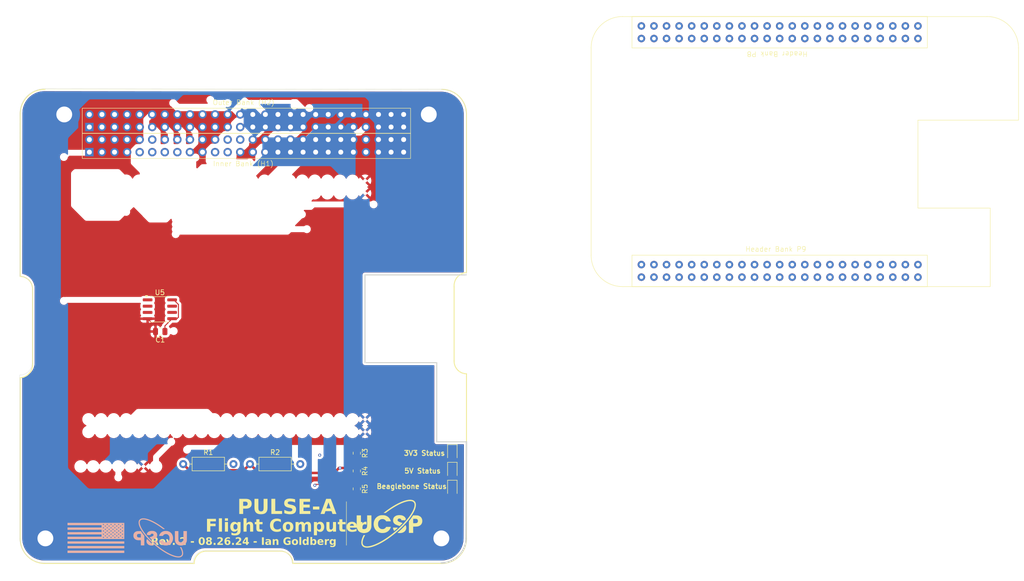
<source format=kicad_pcb>
(kicad_pcb (version 20240108) (generator "pcbnew") (generator_version "8.0")
  (title_block (title "Fight Computer Motherboard - Ian Goldberg"))
  (layers (0 "F.Cu" signal) (31 "B.Cu" signal) (34 "B.Paste" user) (35 "F.Paste" user) (36 "B.SilkS" user "B.Silkscreen") (37 "F.SilkS" user "F.Silkscreen") (38 "B.Mask" user) (39 "F.Mask" user) (44 "Edge.Cuts" user))
  (net 0 "")
  (net 1 "/5V")
  (net 2 "/I2C_SCL")
  (net 3 "/I2C_SDA")
  (net 5 "/GPIO2_1")
  (net 7 "/GPIO2_24")
  (net 8 "/SYS_RESETn")
  (net 9 "/UART_TX")
  (net 11 "/GPIO2_12")
  (net 12 "GND")
  (net 13 "/CAN_SLNT")
  (net 15 "/GPIO2_23")
  (net 16 "/GPIO2_8")
  (net 18 "/GPIO2_10")
  (net 19 "/CAN1_RX")
  (net 21 "/UART_RX")
  (net 22 "/GPIO2_6")
  (net 23 "/GPIO2_7")
  (net 24 "/GPIO1_13")
  (net 25 "/GPIO1_27")
  (net 26 "/GPIO2_9")
  (net 30 "/GPIO2_25")
  (net 31 "/GPIO1_15")
  (net 33 "/GPIO0_7")
  (net 34 "/GPI02_22")
  (net 37 "/GPIO2_13")
  (net 38 "/GPIO1_12")
  (net 39 "/GPIO1_17")
  (net 44 "/CAN1_TX")
  (net 51 "/GPIO1_26")
  (net 53 "/GPIO1_14")
  (net 64 "/CAN_L")
  (net 65 "/3V3")
  (net 66 "/GPIO1_28")
  (net 68 "/CAN_H")
  (net 92 "/GPIO3_20")
  (net 93 "/FC_TEMP")
  (net 94 "Net-(D1-A)")
  (net 95 "Net-(D2-A)")
  (net 96 "Net-(D3-A)")
  (net 103 "/GPIO1_29")
  (net 107 "/GPIO1_16")
  (net 108 "/GPIO3_19")
  (net 109 "/CAN_SNLT")
  (net 110 "/GPIO2_11")
  (footprint "Resistor_SMD:R_0805_2012Metric" (layer "F.Cu") (at 148.1 147.8 -90)
    (property "Reference" "R3" (at 0 -1.65 90) (layer "F.SilkS"))
    (property "Value" "15")
    (pad "1" smd roundrect (at -0.9125 0 270) (size 1.025 1.4) (layers "F.Cu" "F.Paste" "F.Mask") (roundrect_rratio 0.243902) (net 65 "/3V3"))
    (pad "2" smd roundrect (at 0.9125 0 270) (size 1.025 1.4) (layers "F.Cu" "F.Paste" "F.Mask") (roundrect_rratio 0.243902) (net 94 "Net-(D1-A)"))
  )
  (footprint "LED_SMD:LED_0805_2012Metric" (layer "F.Cu") (at 167.4 154.9575 -90)
    (property "Reference" "D3" (hide yes))
    (property "Value" "Beaglebone Ready")
    (pad "1" smd roundrect (at -0.9375 0 270) (size 0.975 1.4) (layers "F.Cu" "F.Paste" "F.Mask") (net 12 "GND"))
    (pad "2" smd roundrect (at 0.9375 0 270) (size 0.975 1.4) (layers "F.Cu" "F.Paste" "F.Mask") (net 96 "Net-(D3-A)"))
  )
  (footprint "LED_SMD:LED_0805_2012Metric" (layer "F.Cu") (at 167.4 147.7375 -90)
    (property "Reference" "D1" (hide yes))
    (property "Value" "5V Status")
    (pad "1" smd roundrect (at -0.9375 0 270) (size 0.975 1.4) (layers "F.Cu" "F.Paste" "F.Mask") (net 12 "GND"))
    (pad "2" smd roundrect (at 0.9375 0 270) (size 0.975 1.4) (layers "F.Cu" "F.Paste" "F.Mask") (net 94 "Net-(D1-A)"))
  )
  (footprint "LED_SMD:LED_0805_2012Metric" (layer "F.Cu") (at 167.4 151.3325 -90)
    (property "Reference" "D2" (hide yes))
    (property "Value" "3V3 Status")
    (pad "1" smd roundrect (at -0.9375 0 270) (size 0.975 1.4) (layers "F.Cu" "F.Paste" "F.Mask") (net 12 "GND"))
    (pad "2" smd roundrect (at 0.9375 0 270) (size 0.975 1.4) (layers "F.Cu" "F.Paste" "F.Mask") (net 95 "Net-(D2-A)"))
  )
  (footprint "Package_SO:SOIC-8_3.9x4.9mm_P1.27mm" (layer "F.Cu") (at 108.3 118.7)
    (property "Reference" "U5" (at 0 -3.4 0) (layer "F.SilkS"))
    (property "Value" "TMP36xS")
    (pad "1" smd roundrect (at -2.475 -1.905) (size 1.95 0.6) (layers "F.Cu" "F.Paste" "F.Mask") (net 93 "/FC_TEMP"))
    (pad "2" smd roundrect (at -2.475 -0.635) (size 1.95 0.6) (layers "F.Cu" "F.Paste" "F.Mask"))
    (pad "3" smd roundrect (at -2.475 0.635) (size 1.95 0.6) (layers "F.Cu" "F.Paste" "F.Mask"))
    (pad "4" smd roundrect (at -2.475 1.905) (size 1.95 0.6) (layers "F.Cu" "F.Paste" "F.Mask") (net 12 "GND"))
    (pad "5" smd roundrect (at 2.475 1.905) (size 1.95 0.6) (layers "F.Cu" "F.Paste" "F.Mask") (net 65 "/3V3"))
    (pad "6" smd roundrect (at 2.475 0.635) (size 1.95 0.6) (layers "F.Cu" "F.Paste" "F.Mask"))
    (pad "7" smd roundrect (at 2.475 -0.635) (size 1.95 0.6) (layers "F.Cu" "F.Paste" "F.Mask"))
    (pad "8" smd roundrect (at 2.475 -1.905) (size 1.95 0.6) (layers "F.Cu" "F.Paste" "F.Mask") (net 65 "/3V3"))
  )
  (footprint "Module:BeagleBoneBlackFootprint" (layer "F.Cu") (at 281.8 59.5 180)
    (property "Reference" "U1" (hide yes))
    (property "Value" "~" (hide yes))
    (fp_text user "Header Bank P8" (at 42.545 -6.985 180) (layer "F.SilkS") (effects (font (thickness 0.1)) (justify left bottom)))
    (fp_text user "Header Bank P9" (at 55.245 -47.625 0) (layer "F.SilkS") (effects (font (thickness 0.1)) (justify left bottom)))
    (pad "1" thru_hole circle (at 20.32 -50.165 180) (size 1.524 1.524) (drill 0.762) (layers "*.Cu" "*.Mask") (net 12 "GND"))
    (pad "1" thru_hole circle (at 20.32 -1.905 180) (size 1.524 1.524) (drill 0.762) (layers "*.Cu" "*.Mask") (net 12 "GND"))
    (pad "2" thru_hole circle (at 20.32 -52.705 180) (size 1.524 1.524) (drill 0.762) (layers "*.Cu" "*.Mask") (net 12 "GND"))
    (pad "2" thru_hole circle (at 20.32 -4.445 180) (size 1.524 1.524) (drill 0.762) (layers "*.Cu" "*.Mask") (net 12 "GND"))
    (pad "3" thru_hole circle (at 22.86 -50.165 180) (size 1.524 1.524) (drill 0.762) (layers "*.Cu" "*.Mask"))
    (pad "3" thru_hole circle (at 22.86 -1.905 180) (size 1.524 1.524) (drill 0.762) (layers "*.Cu" "*.Mask"))
    (pad "4" thru_hole circle (at 22.86 -52.705 180) (size 1.524 1.524) (drill 0.762) (layers "*.Cu" "*.Mask"))
    (pad "4" thru_hole circle (at 22.86 -4.445 180) (size 1.524 1.524) (drill 0.762) (layers "*.Cu" "*.Mask"))
    (pad "5" thru_hole circle (at 25.4 -50.165 180) (size 1.524 1.524) (drill 0.762) (layers "*.Cu" "*.Mask") (net 1 "/5V"))
    (pad "5" thru_hole circle (at 25.4 -1.905 180) (size 1.524 1.524) (drill 0.762) (layers "*.Cu" "*.Mask") (net 1 "/5V"))
    (pad "6" thru_hole circle (at 25.4 -52.705 180) (size 1.524 1.524) (drill 0.762) (layers "*.Cu" "*.Mask") (net 1 "/5V"))
    (pad "6" thru_hole circle (at 25.4 -4.445 180) (size 1.524 1.524) (drill 0.762) (layers "*.Cu" "*.Mask") (net 1 "/5V"))
    (pad "7" thru_hole circle (at 27.94 -50.165 180) (size 1.524 1.524) (drill 0.762) (layers "*.Cu" "*.Mask"))
    (pad "7" thru_hole circle (at 27.94 -1.905 180) (size 1.524 1.524) (drill 0.762) (layers "*.Cu" "*.Mask"))
    (pad "8" thru_hole circle (at 27.94 -52.705 180) (size 1.524 1.524) (drill 0.762) (layers "*.Cu" "*.Mask"))
    (pad "8" thru_hole circle (at 27.94 -4.445 180) (size 1.524 1.524) (drill 0.762) (layers "*.Cu" "*.Mask"))
    (pad "9" thru_hole circle (at 30.48 -50.165 180) (size 1.524 1.524) (drill 0.762) (layers "*.Cu" "*.Mask"))
    (pad "9" thru_hole circle (at 30.48 -1.905 180) (size 1.524 1.524) (drill 0.762) (layers "*.Cu" "*.Mask"))
    (pad "10" thru_hole circle (at 30.48 -52.705 180) (size 1.524 1.524) (drill 0.762) (layers "*.Cu" "*.Mask") (net 8 "/SYS_RESETn"))
    (pad "10" thru_hole circle (at 30.48 -4.445 180) (size 1.524 1.524) (drill 0.762) (layers "*.Cu" "*.Mask") (net 8 "/SYS_RESETn"))
    (pad "11" thru_hole circle (at 33.02 -50.165 180) (size 1.524 1.524) (drill 0.762) (layers "*.Cu" "*.Mask") (net 24 "/GPIO1_13"))
    (pad "11" thru_hole circle (at 33.02 -1.905 180) (size 1.524 1.524) (drill 0.762) (layers "*.Cu" "*.Mask") (net 24 "/GPIO1_13"))
    (pad "12" thru_hole circle (at 33.02 -52.705 180) (size 1.524 1.524) (drill 0.762) (layers "*.Cu" "*.Mask") (net 38 "/GPIO1_12"))
    (pad "12" thru_hole circle (at 33.02 -4.445 180) (size 1.524 1.524) (drill 0.762) (layers "*.Cu" "*.Mask") (net 38 "/GPIO1_12"))
    (pad "13" thru_hole circle (at 35.56 -50.165 180) (size 1.524 1.524) (drill 0.762) (layers "*.Cu" "*.Mask"))
    (pad "13" thru_hole circle (at 35.56 -1.905 180) (size 1.524 1.524) (drill 0.762) (layers "*.Cu" "*.Mask"))
    (pad "14" thru_hole circle (at 35.56 -52.705 180) (size 1.524 1.524) (drill 0.762) (layers "*.Cu" "*.Mask") (net 51 "/GPIO1_26"))
    (pad "14" thru_hole circle (at 35.56 -4.445 180) (size 1.524 1.524) (drill 0.762) (layers "*.Cu" "*.Mask") (net 51 "/GPIO1_26"))
    (pad "15" thru_hole circle (at 38.1 -50.165 180) (size 1.524 1.524) (drill 0.762) (layers "*.Cu" "*.Mask") (net 31 "/GPIO1_15"))
    (pad "15" thru_hole circle (at 38.1 -1.905 180) (size 1.524 1.524) (drill 0.762) (layers "*.Cu" "*.Mask") (net 31 "/GPIO1_15"))
    (pad "16" thru_hole circle (at 38.1 -52.705 180) (size 1.524 1.524) (drill 0.762) (layers "*.Cu" "*.Mask") (net 53 "/GPIO1_14"))
    (pad "16" thru_hole circle (at 38.1 -4.445 180) (size 1.524 1.524) (drill 0.762) (layers "*.Cu" "*.Mask") (net 53 "/GPIO1_14"))
    (pad "17" thru_hole circle (at 40.64 -50.165 180) (size 1.524 1.524) (drill 0.762) (layers "*.Cu" "*.Mask") (net 25 "/GPIO1_27"))
    (pad "17" thru_hole circle (at 40.64 -1.905 180) (size 1.524 1.524) (drill 0.762) (layers "*.Cu" "*.Mask") (net 25 "/GPIO1_27"))
    (pad "18" thru_hole circle (at 40.64 -52.705 180) (size 1.524 1.524) (drill 0.762) (layers "*.Cu" "*.Mask") (net 5 "/GPIO2_1"))
    (pad "18" thru_hole circle (at 40.64 -4.445 180) (size 1.524 1.524) (drill 0.762) (layers "*.Cu" "*.Mask") (net 5 "/GPIO2_1"))
    (pad "19" thru_hole circle (at 43.18 -50.165 180) (size 1.524 1.524) (drill 0.762) (layers "*.Cu" "*.Mask"))
    (pad "19" thru_hole circle (at 43.18 -1.905 180) (size 1.524 1.524) (drill 0.762) (layers "*.Cu" "*.Mask"))
    (pad "20" thru_hole circle (at 43.18 -52.705 180) (size 1.524 1.524) (drill 0.762) (layers "*.Cu" "*.Mask"))
    (pad "20" thru_hole circle (at 43.18 -4.445 180) (size 1.524 1.524) (drill 0.762) (layers "*.Cu" "*.Mask"))
    (pad "21" thru_hole circle (at 45.72 -50.165 180) (size 1.524 1.524) (drill 0.762) (layers "*.Cu" "*.Mask") (net 9 "/UART_TX"))
    (pad "21" thru_hole circle (at 45.72 -1.905 180) (size 1.524 1.524) (drill 0.762) (layers "*.Cu" "*.Mask") (net 9 "/UART_TX"))
    (pad "22" thru_hole circle (at 45.72 -52.705 180) (size 1.524 1.524) (drill 0.762) (layers "*.Cu" "*.Mask") (net 21 "/UART_RX"))
    (pad "22" thru_hole circle (at 45.72 -4.445 180) (size 1.524 1.524) (drill 0.762) (layers "*.Cu" "*.Mask") (net 21 "/UART_RX"))
    (pad "23" thru_hole circle (at 48.26 -50.165 180) (size 1.524 1.524) (drill 0.762) (layers "*.Cu" "*.Mask") (net 39 "/GPIO1_17"))
    (pad "23" thru_hole circle (at 48.26 -1.905 180) (size 1.524 1.524) (drill 0.762) (layers "*.Cu" "*.Mask") (net 39 "/GPIO1_17"))
    (pad "24" thru_hole circle (at 48.26 -52.705 180) (size 1.524 1.524) (drill 0.762) (layers "*.Cu" "*.Mask") (net 19 "/CAN1_RX"))
    (pad "24" thru_hole circle (at 48.26 -4.445 180) (size 1.524 1.524) (drill 0.762) (layers "*.Cu" "*.Mask") (net 19 "/CAN1_RX"))
    (pad "25" thru_hole circle (at 50.8 -50.165 180) (size 1.524 1.524) (drill 0.762) (layers "*.Cu" "*.Mask") (net 13 "/CAN_SLNT"))
    (pad "25" thru_hole circle (at 50.8 -1.905 180) (size 1.524 1.524) (drill 0.762) (layers "*.Cu" "*.Mask") (net 13 "/CAN_SLNT"))
    (pad "26" thru_hole circle (at 50.8 -52.705 180) (size 1.524 1.524) (drill 0.762) (layers "*.Cu" "*.Mask") (net 44 "/CAN1_TX"))
    (pad "26" thru_hole circle (at 50.8 -4.445 180) (size 1.524 1.524) (drill 0.762) (layers "*.Cu" "*.Mask") (net 44 "/CAN1_TX"))
    (pad "27" thru_hole circle (at 53.34 -50.165 180) (size 1.524 1.524) (drill 0.762) (layers "*.Cu" "*.Mask") (net 34 "/GPI02_22"))
    (pad "27" thru_hole circle (at 53.34 -1.905 180) (size 1.524 1.524) (drill 0.762) (layers "*.Cu" "*.Mask") (net 34 "/GPI02_22"))
    (pad "28" thru_hole circle (at 53.34 -52.705 180) (size 1.524 1.524) (drill 0.762) (layers "*.Cu" "*.Mask") (net 7 "/GPIO2_24"))
    (pad "28" thru_hole circle (at 53.34 -4.445 180) (size 1.524 1.524) (drill 0.762) (layers "*.Cu" "*.Mask") (net 7 "/GPIO2_24"))
    (pad "29" thru_hole circle (at 55.88 -50.165 180) (size 1.524 1.524) (drill 0.762) (layers "*.Cu" "*.Mask") (net 15 "/GPIO2_23"))
    (pad "29" thru_hole circle (at 55.88 -1.905 180) (size 1.524 1.524) (drill 0.762) (layers "*.Cu" "*.Mask") (net 15 "/GPIO2_23"))
    (pad "30" thru_hole circle (at 55.88 -52.705 180) (size 1.524 1.524) (drill 0.762) (layers "*.Cu" "*.Mask") (net 30 "/GPIO2_25"))
    (pad "30" thru_hole circle (at 55.88 -4.445 180) (size 1.524 1.524) (drill 0.762) (layers "*.Cu" "*.Mask") (net 30 "/GPIO2_25"))
    (pad "31" thru_hole circle (at 58.42 -50.165 180) (size 1.524 1.524) (drill 0.762) (layers "*.Cu" "*.Mask"))
    (pad "31" thru_hole circle (at 58.42 -1.905 180) (size 1.524 1.524) (drill 0.762) (layers "*.Cu" "*.Mask"))
    (pad "32" thru_hole circle (at 58.42 -52.705 180) (size 1.524 1.524) (drill 0.762) (layers "*.Cu" "*.Mask"))
    (pad "32" thru_hole circle (at 58.42 -4.445 180) (size 1.524 1.524) (drill 0.762) (layers "*.Cu" "*.Mask"))
    (pad "33" thru_hole circle (at 60.96 -50.165 180) (size 1.524 1.524) (drill 0.762) (layers "*.Cu" "*.Mask"))
    (pad "33" thru_hole circle (at 60.96 -1.905 180) (size 1.524 1.524) (drill 0.762) (layers "*.Cu" "*.Mask"))
    (pad "34" thru_hole circle (at 60.96 -52.705 180) (size 1.524 1.524) (drill 0.762) (layers "*.Cu" "*.Mask"))
    (pad "34" thru_hole circle (at 60.96 -4.445 180) (size 1.524 1.524) (drill 0.762) (layers "*.Cu" "*.Mask"))
    (pad "35" thru_hole circle (at 63.5 -50.165 180) (size 1.524 1.524) (drill 0.762) (layers "*.Cu" "*.Mask"))
    (pad "35" thru_hole circle (at 63.5 -1.905 180) (size 1.524 1.524) (drill 0.762) (layers "*.Cu" "*.Mask"))
    (pad "36" thru_hole circle (at 63.5 -52.705 180) (size 1.524 1.524) (drill 0.762) (layers "*.Cu" "*.Mask"))
    (pad "36" thru_hole circle (at 63.5 -4.445 180) (size 1.524 1.524) (drill 0.762) (layers "*.Cu" "*.Mask"))
    (pad "37" thru_hole circle (at 66.04 -50.165 180) (size 1.524 1.524) (drill 0.762) (layers "*.Cu" "*.Mask"))
    (pad "37" thru_hole circle (at 66.04 -1.905 180) (size 1.524 1.524) (drill 0.762) (layers "*.Cu" "*.Mask"))
    (pad "38" thru_hole circle (at 66.04 -52.705 180) (size 1.524 1.524) (drill 0.762) (layers "*.Cu" "*.Mask"))
    (pad "38" thru_hole circle (at 66.04 -4.445 180) (size 1.524 1.524) (drill 0.762) (layers "*.Cu" "*.Mask"))
    (pad "39" thru_hole circle (at 68.58 -50.165 180) (size 1.524 1.524) (drill 0.762) (layers "*.Cu" "*.Mask") (net 11 "/GPIO2_12"))
    (pad "39" thru_hole circle (at 68.58 -1.905 180) (size 1.524 1.524) (drill 0.762) (layers "*.Cu" "*.Mask") (net 11 "/GPIO2_12"))
    (pad "40" thru_hole circle (at 68.58 -52.705 180) (size 1.524 1.524) (drill 0.762) (layers "*.Cu" "*.Mask") (net 37 "/GPIO2_13"))
    (pad "40" thru_hole circle (at 68.58 -4.445 180) (size 1.524 1.524) (drill 0.762) (layers "*.Cu" "*.Mask") (net 37 "/GPIO2_13"))
    (pad "41" thru_hole circle (at 71.12 -50.165 180) (size 1.524 1.524) (drill 0.762) (layers "*.Cu" "*.Mask") (net 18 "/GPIO2_10"))
    (pad "41" thru_hole circle (at 71.12 -1.905 180) (size 1.524 1.524) (drill 0.762) (layers "*.Cu" "*.Mask") (net 18 "/GPIO2_10"))
    (pad "42" thru_hole circle (at 71.12 -52.705 180) (size 1.524 1.524) (drill 0.762) (layers "*.Cu" "*.Mask") (net 33 "/GPIO0_7"))
    (pad "42" thru_hole circle (at 71.12 -4.445 180) (size 1.524 1.524) (drill 0.762) (layers "*.Cu" "*.Mask") (net 33 "/GPIO0_7"))
    (pad "43" thru_hole circle (at 73.66 -50.165 180) (size 1.524 1.524) (drill 0.762) (layers "*.Cu" "*.Mask") (net 16 "/GPIO2_8"))
    (pad "43" thru_hole circle (at 73.66 -1.905 180) (size 1.524 1.524) (drill 0.762) (layers "*.Cu" "*.Mask") (net 16 "/GPIO2_8"))
    (pad "44" thru_hole circle (at 73.66 -52.705 180) (size 1.524 1.524) (drill 0.762) (layers "*.Cu" "*.Mask") (net 26 "/GPIO2_9"))
    (pad "44" thru_hole circle (at 73.66 -4.445 180) (size 1.524 1.524) (drill 0.762) (layers "*.Cu" "*.Mask") (net 26 "/GPIO2_9"))
    (pad "45" thru_hole circle (at 76.2 -50.165 180) (size 1.524 1.524) (drill 0.762) (layers "*.Cu" "*.Mask") (net 22 "/GPIO2_6"))
    (pad "45" thru_hole circle (at 76.2 -1.905 180) (size 1.524 1.524) (drill 0.762) (layers "*.Cu" "*.Mask") (net 22 "/GPIO2_6"))
    (pad "46" thru_hole circle (at 76.2 -52.705 180) (size 1.524 1.524) (drill 0.762) (layers "*.Cu" "*.Mask") (net 23 "/GPIO2_7"))
    (pad "46" thru_hole circle (at 76.2 -4.445 180) (size 1.524 1.524) (drill 0.762) (layers "*.Cu" "*.Mask") (net 23 "/GPIO2_7"))
  )
  (footprint "Resistor_THT:R_Axial_DIN0207_L6.3mm_D2.5mm_P10.16mm_Horizontal" (layer "F.Cu") (at 113.01 150)
    (property "Reference" "R1" (at 5.08 -2.37 0) (layer "F.SilkS"))
    (property "Value" "5.6k")
    (pad "1" thru_hole circle (at 0 0) (size 1.6 1.6) (drill 0.8) (layers "*.Cu" "*.Mask") (net 1 "/5V"))
    (pad "2" thru_hole oval (at 10.16 0) (size 1.6 1.6) (drill 0.8) (layers "*.Cu" "*.Mask") (net 2 "/I2C_SCL"))
  )
  (footprint "Resistor_SMD:R_0805_2012Metric" (layer "F.Cu") (at 148.1 151.395 -90)
    (property "Reference" "R4" (at 0 -1.65 90) (layer "F.SilkS"))
    (property "Value" "15")
    (pad "1" smd roundrect (at -0.9125 0 270) (size 1.025 1.4) (layers "F.Cu" "F.Paste" "F.Mask") (roundrect_rratio 0.243902) (net 1 "/5V"))
    (pad "2" smd roundrect (at 0.9125 0 270) (size 1.025 1.4) (layers "F.Cu" "F.Paste" "F.Mask") (roundrect_rratio 0.243902) (net 95 "Net-(D2-A)"))
  )
  (footprint "LOGO" (layer "F.Cu") (at 154.5 162.1)
    (property "Reference" "G***" (hide yes))
    (property "Value" "LOGO" (hide yes))
  )
  (footprint "Resistor_THT:R_Axial_DIN0207_L6.3mm_D2.5mm_P10.16mm_Horizontal" (layer "F.Cu") (at 126.51 150)
    (property "Reference" "R2" (at 5.08 -2.37 0) (layer "F.SilkS"))
    (property "Value" "5.6k")
    (pad "1" thru_hole circle (at 0 0) (size 1.6 1.6) (drill 0.8) (layers "*.Cu" "*.Mask") (net 1 "/5V"))
    (pad "2" thru_hole oval (at 10.16 0) (size 1.6 1.6) (drill 0.8) (layers "*.Cu" "*.Mask") (net 3 "/I2C_SDA"))
  )
  (footprint "PCI104Connector:PCI104ConnectorComplete" (layer "F.Cu") (at 80.09 170.11)
    (property "Reference" "U2" (hide yes))
    (property "Value" "~" (hide yes))
    (fp_text user "Inner Bank (H1)" (at 38.88 -80.27 0) (layer "F.SilkS") (effects (font (thickness 0.1)) (justify left bottom)))
    (fp_text user "Outer Bank (H2)" (at 38.83 -92.65 0) (layer "F.SilkS") (effects (font (thickness 0.1)) (justify left bottom)))
    (pad "" thru_hole circle (at 5.08 -5.08 90) (size 6.4 6.4) (drill 3.2) (layers "*.Cu" "*.Mask"))
    (pad "" thru_hole circle (at 8.89 -90.81) (size 6.4 6.4) (drill 3.2) (layers "*.Cu" "*.Mask"))
    (pad "" thru_hole circle (at 82.55 -90.81) (size 6.4 6.4) (drill 3.2) (layers "*.Cu" "*.Mask"))
    (pad "" thru_hole circle (at 85.09 -5.08) (size 6.4 6.4) (drill 3.2) (layers "*.Cu" "*.Mask"))
    (pad "1" thru_hole rect (at 13.97 -83.19 90) (size 1.7 1.7) (drill 1) (layers "*.Cu" "*.Mask") (net 64 "/CAN_L"))
    (pad "2" thru_hole oval (at 13.97 -85.73 90) (size 1.7 1.7) (drill 1) (layers "*.Cu" "*.Mask"))
    (pad "3" thru_hole oval (at 16.51 -83.19 90) (size 1.7 1.7) (drill 1) (layers "*.Cu" "*.Mask") (net 68 "/CAN_H"))
    (pad "4" thru_hole oval (at 16.51 -85.73 90) (size 1.7 1.7) (drill 1) (layers "*.Cu" "*.Mask"))
    (pad "5" thru_hole oval (at 19.05 -83.19 90) (size 1.7 1.7) (drill 1) (layers "*.Cu" "*.Mask"))
    (pad "6" thru_hole oval (at 19.05 -85.73 90) (size 1.7 1.7) (drill 1) (layers "*.Cu" "*.Mask"))
    (pad "7" thru_hole oval (at 21.59 -83.19 90) (size 1.7 1.7) (drill 1) (layers "*.Cu" "*.Mask"))
    (pad "8" thru_hole oval (at 21.59 -85.73 90) (size 1.7 1.7) (drill 1) (layers "*.Cu" "*.Mask"))
    (pad "9" thru_hole oval (at 24.13 -83.19 90) (size 1.7 1.7) (drill 1) (layers "*.Cu" "*.Mask"))
    (pad "10" thru_hole oval (at 24.13 -85.73 90) (size 1.7 1.7) (drill 1) (layers "*.Cu" "*.Mask"))
    (pad "11" thru_hole oval (at 26.67 -83.19 90) (size 1.7 1.7) (drill 1) (layers "*.Cu" "*.Mask") (net 24 "/GPIO1_13"))
    (pad "12" thru_hole oval (at 26.67 -85.73 90) (size 1.7 1.7) (drill 1) (layers "*.Cu" "*.Mask") (net 8 "/SYS_RESETn"))
    (pad "13" thru_hole oval (at 29.21 -83.19 90) (size 1.7 1.7) (drill 1) (layers "*.Cu" "*.Mask") (net 38 "/GPIO1_12"))
    (pad "14" thru_hole oval (at 29.21 -85.73 90) (size 1.7 1.7) (drill 1) (layers "*.Cu" "*.Mask"))
    (pad "15" thru_hole oval (at 31.75 -83.19 90) (size 1.7 1.7) (drill 1) (layers "*.Cu" "*.Mask") (net 51 "/GPIO1_26"))
    (pad "16" thru_hole oval (at 31.75 -85.73 90) (size 1.7 1.7) (drill 1) (layers "*.Cu" "*.Mask"))
    (pad "17" thru_hole oval (at 34.29 -83.19 90) (size 1.7 1.7) (drill 1) (layers "*.Cu" "*.Mask") (net 31 "/GPIO1_15"))
    (pad "18" thru_hole oval (at 34.29 -85.73 90) (size 1.7 1.7) (drill 1) (layers "*.Cu" "*.Mask"))
    (pad "19" thru_hole oval (at 36.83 -83.19 90) (size 1.7 1.7) (drill 1) (layers "*.Cu" "*.Mask"))
    (pad "20" thru_hole oval (at 36.83 -85.73 90) (size 1.7 1.7) (drill 1) (layers "*.Cu" "*.Mask"))
    (pad "21" thru_hole oval (at 39.37 -83.19 90) (size 1.7 1.7) (drill 1) (layers "*.Cu" "*.Mask") (net 25 "/GPIO1_27"))
    (pad "22" thru_hole oval (at 39.37 -85.73 90) (size 1.7 1.7) (drill 1) (layers "*.Cu" "*.Mask") (net 37 "/GPIO2_13"))
    (pad "23" thru_hole oval (at 41.91 -83.19 90) (size 1.7 1.7) (drill 1) (layers "*.Cu" "*.Mask") (net 5 "/GPIO2_1"))
    (pad "24" thru_hole oval (at 41.91 -85.73 90) (size 1.7 1.7) (drill 1) (layers "*.Cu" "*.Mask") (net 18 "/GPIO2_10"))
    (pad "25" thru_hole oval (at 44.45 -83.19 90) (size 1.7 1.7) (drill 1) (layers "*.Cu" "*.Mask") (net 65 "/3V3"))
    (pad "26" thru_hole oval (at 44.45 -85.73 90) (size 1.7 1.7) (drill 1) (layers "*.Cu" "*.Mask") (net 65 "/3V3"))
    (pad "27" thru_hole oval (at 46.99 -83.19 90) (size 1.7 1.7) (drill 1) (layers "*.Cu" "*.Mask") (net 103 "/GPIO1_29"))
    (pad "28" thru_hole oval (at 46.99 -85.73 90) (size 1.7 1.7) (drill 1) (layers "*.Cu" "*.Mask") (net 110 "/GPIO2_11"))
    (pad "29" thru_hole oval (at 49.53 -83.19 90) (size 1.7 1.7) (drill 1) (layers "*.Cu" "*.Mask") (net 34 "/GPI02_22"))
    (pad "30" thru_hole oval (at 49.53 -85.73 90) (size 1.7 1.7) (drill 1) (layers "*.Cu" "*.Mask") (net 16 "/GPIO2_8"))
    (pad "31" thru_hole oval (at 52.07 -83.19 90) (size 1.7 1.7) (drill 1) (layers "*.Cu" "*.Mask"))
    (pad "32" thru_hole oval (at 52.07 -85.73 90) (size 1.7 1.7) (drill 1) (layers "*.Cu" "*.Mask"))
    (pad "33" thru_hole oval (at 54.61 -83.19 90) (size 1.7 1.7) (drill 1) (layers "*.Cu" "*.Mask") (net 9 "/UART_TX"))
    (pad "34" thru_hole oval (at 54.61 -85.73 90) (size 1.7 1.7) (drill 1) (layers "*.Cu" "*.Mask") (net 26 "/GPIO2_9"))
    (pad "35" thru_hole oval (at 57.15 -83.19 90) (size 1.7 1.7) (drill 1) (layers "*.Cu" "*.Mask") (net 21 "/UART_RX"))
    (pad "36" thru_hole oval (at 57.15 -85.73 90) (size 1.7 1.7) (drill 1) (layers "*.Cu" "*.Mask") (net 22 "/GPIO2_6"))
    (pad "37" thru_hole oval (at 59.69 -83.19 90) (size 1.7 1.7) (drill 1) (layers "*.Cu" "*.Mask"))
    (pad "38" thru_hole oval (at 59.69 -85.73 90) (size 1.7 1.7) (drill 1) (layers "*.Cu" "*.Mask"))
    (pad "39" thru_hole oval (at 62.23 -83.19 90) (size 1.7 1.7) (drill 1) (layers "*.Cu" "*.Mask"))
    (pad "40" thru_hole oval (at 62.23 -85.73 90) (size 1.7 1.7) (drill 1) (layers "*.Cu" "*.Mask"))
    (pad "41" thru_hole oval (at 64.77 -83.19 90) (size 1.7 1.7) (drill 1) (layers "*.Cu" "*.Mask") (net 3 "/I2C_SDA"))
    (pad "42" thru_hole oval (at 64.77 -85.73 90) (size 1.7 1.7) (drill 1) (layers "*.Cu" "*.Mask") (net 30 "/GPIO2_25"))
    (pad "43" thru_hole oval (at 67.31 -83.19 90) (size 1.7 1.7) (drill 1) (layers "*.Cu" "*.Mask") (net 2 "/I2C_SCL"))
    (pad "44" thru_hole oval (at 67.31 -85.73 90) (size 1.7 1.7) (drill 1) (layers "*.Cu" "*.Mask") (net 11 "/GPIO2_12"))
    (pad "45" thru_hole oval (at 69.85 -83.19 90) (size 1.7 1.7) (drill 1) (layers "*.Cu" "*.Mask") (net 7 "/GPIO2_24"))
    (pad "46" thru_hole oval (at 69.85 -85.73 90) (size 1.7 1.7) (drill 1) (layers "*.Cu" "*.Mask") (net 15 "/GPIO2_23"))
    (pad "47" thru_hole oval (at 72.39 -83.19 90) (size 1.7 1.7) (drill 1) (layers "*.Cu" "*.Mask"))
    (pad "48" thru_hole oval (at 72.39 -85.73 90) (size 1.7 1.7) (drill 1) (layers "*.Cu" "*.Mask"))
    (pad "49" thru_hole oval (at 74.93 -83.19 90) (size 1.7 1.7) (drill 1) (layers "*.Cu" "*.Mask"))
    (pad "50" thru_hole oval (at 74.93 -85.73 90) (size 1.7 1.7) (drill 1) (layers "*.Cu" "*.Mask"))
    (pad "51" thru_hole oval (at 77.47 -83.19 90) (size 1.7 1.7) (drill 1) (layers "*.Cu" "*.Mask"))
    (pad "52" thru_hole oval (at 77.47 -85.73 90) (size 1.7 1.7) (drill 1) (layers "*.Cu" "*.Mask"))
    (pad "53" thru_hole rect (at 13.97 -88.27 90) (size 1.7 1.7) (drill 1) (layers "*.Cu" "*.Mask") (net 93 "/FC_TEMP"))
    (pad "54" thru_hole oval (at 13.97 -90.81 90) (size 1.7 1.7) (drill 1) (layers "*.Cu" "*.Mask"))
    (pad "55" thru_hole oval (at 16.51 -88.27 90) (size 1.7 1.7) (drill 1) (layers "*.Cu" "*.Mask"))
    (pad "56" thru_hole oval (at 16.51 -90.81 90) (size 1.7 1.7) (drill 1) (layers "*.Cu" "*.Mask"))
    (pad "57" thru_hole oval (at 19.05 -88.27 90) (size 1.7 1.7) (drill 1) (layers "*.Cu" "*.Mask"))
    (pad "58" thru_hole oval (at 19.05 -90.81 90) (size 1.7 1.7) (drill 1) (layers "*.Cu" "*.Mask"))
    (pad "59" thru_hole oval (at 21.59 -88.27 90) (size 1.7 1.7) (drill 1) (layers "*.Cu" "*.Mask"))
    (pad "60" thru_hole oval (at 21.59 -90.81 90) (size 1.7 1.7) (drill 1) (layers "*.Cu" "*.Mask"))
    (pad "61" thru_hole oval (at 24.13 -88.27 90) (size 1.7 1.7) (drill 1) (layers "*.Cu" "*.Mask"))
    (pad "62" thru_hole oval (at 24.13 -90.81 90) (size 1.7 1.7) (drill 1) (layers "*.Cu" "*.Mask"))
    (pad "63" thru_hole oval (at 26.67 -88.27 90) (size 1.7 1.7) (drill 1) (layers "*.Cu" "*.Mask"))
    (pad "64" thru_hole oval (at 26.67 -90.81 90) (size 1.7 1.7) (drill 1) (layers "*.Cu" "*.Mask"))
    (pad "65" thru_hole oval (at 29.21 -88.27 90) (size 1.7 1.7) (drill 1) (layers "*.Cu" "*.Mask"))
    (pad "66" thru_hole oval (at 29.21 -90.81 90) (size 1.7 1.7) (drill 1) (layers "*.Cu" "*.Mask"))
    (pad "67" thru_hole oval (at 31.75 -88.27 90) (size 1.7 1.7) (drill 1) (layers "*.Cu" "*.Mask"))
    (pad "68" thru_hole oval (at 31.75 -90.81 90) (size 1.7 1.7) (drill 1) (layers "*.Cu" "*.Mask") (net 23 "/GPIO2_7"))
    (pad "69" thru_hole oval (at 34.29 -88.27 90) (size 1.7 1.7) (drill 1) (layers "*.Cu" "*.Mask") (net 53 "/GPIO1_14"))
    (pad "70" thru_hole oval (at 34.29 -90.81 90) (size 1.7 1.7) (drill 1) (layers "*.Cu" "*.Mask"))
    (pad "71" thru_hole oval (at 36.83 -88.27 90) (size 1.7 1.7) (drill 1) (layers "*.Cu" "*.Mask") (net 33 "/GPIO0_7"))
    (pad "72" thru_hole oval (at 36.83 -90.81 90) (size 1.7 1.7) (drill 1) (layers "*.Cu" "*.Mask"))
    (pad "73" thru_hole oval (at 39.37 -88.27 90) (size 1.7 1.7) (drill 1) (layers "*.Cu" "*.Mask") (net 92 "/GPIO3_20"))
    (pad "74" thru_hole oval (at 39.37 -90.81 90) (size 1.7 1.7) (drill 1) (layers "*.Cu" "*.Mask") (net 108 "/GPIO3_19"))
    (pad "75" thru_hole oval (at 41.91 -88.27 90) (size 1.7 1.7) (drill 1) (layers "*.Cu" "*.Mask"))
    (pad "76" thru_hole oval (at 41.91 -90.81 90) (size 1.7 1.7) (drill 1) (layers "*.Cu" "*.Mask"))
    (pad "77" thru_hole oval (at 44.45 -88.27 90) (size 1.7 1.7) (drill 1) (layers "*.Cu" "*.Mask") (net 1 "/5V"))
    (pad "78" thru_hole oval (at 44.45 -90.81 90) (size 1.7 1.7) (drill 1) (layers "*.Cu" "*.Mask") (net 1 "/5V"))
    (pad "79" thru_hole oval (at 46.99 -88.27 90) (size 1.7 1.7) (drill 1) (layers "*.Cu" "*.Mask") (net 65 "/3V3"))
    (pad "80" thru_hole oval (at 46.99 -90.81 90) (size 1.7 1.7) (drill 1) (layers "*.Cu" "*.Mask") (net 65 "/3V3"))
    (pad "81" thru_hole oval (at 49.53 -88.27 90) (size 1.7 1.7) (drill 1) (layers "*.Cu" "*.Mask") (net 12 "GND"))
    (pad "82" thru_hole oval (at 49.53 -90.81 90) (size 1.7 1.7) (drill 1) (layers "*.Cu" "*.Mask") (net 12 "GND"))
    (pad "83" thru_hole oval (at 52.07 -88.27 90) (size 1.7 1.7) (drill 1) (layers "*.Cu" "*.Mask") (net 12 "GND"))
    (pad "84" thru_hole oval (at 52.07 -90.81 90) (size 1.7 1.7) (drill 1) (layers "*.Cu" "*.Mask") (net 12 "GND"))
    (pad "85" thru_hole oval (at 54.61 -88.27 90) (size 1.7 1.7) (drill 1) (layers "*.Cu" "*.Mask"))
    (pad "86" thru_hole oval (at 54.61 -90.81 90) (size 1.7 1.7) (drill 1) (layers "*.Cu" "*.Mask"))
    (pad "87" thru_hole oval (at 57.15 -88.27 90) (size 1.7 1.7) (drill 1) (layers "*.Cu" "*.Mask"))
    (pad "88" thru_hole oval (at 57.15 -90.81 90) (size 1.7 1.7) (drill 1) (layers "*.Cu" "*.Mask"))
    (pad "89" thru_hole oval (at 59.69 -88.27 90) (size 1.7 1.7) (drill 1) (layers "*.Cu" "*.Mask"))
    (pad "90" thru_hole oval (at 59.69 -90.81 90) (size 1.7 1.7) (drill 1) (layers "*.Cu" "*.Mask"))
    (pad "91" thru_hole oval (at 62.23 -88.27 90) (size 1.7 1.7) (drill 1) (layers "*.Cu" "*.Mask"))
    (pad "92" thru_hole oval (at 62.23 -90.81 90) (size 1.7 1.7) (drill 1) (layers "*.Cu" "*.Mask") (net 107 "/GPIO1_16"))
    (pad "93" thru_hole oval (at 64.77 -88.27 90) (size 1.7 1.7) (drill 1) (layers "*.Cu" "*.Mask"))
    (pad "94" thru_hole oval (at 64.77 -90.81 90) (size 1.7 1.7) (drill 1) (layers "*.Cu" "*.Mask"))
    (pad "95" thru_hole oval (at 67.31 -88.27 90) (size 1.7 1.7) (drill 1) (layers "*.Cu" "*.Mask") (net 66 "/GPIO1_28"))
    (pad "96" thru_hole oval (at 67.31 -90.81 90) (size 1.7 1.7) (drill 1) (layers "*.Cu" "*.Mask") (net 39 "/GPIO1_17"))
    (pad "97" thru_hole oval (at 69.85 -88.27 90) (size 1.7 1.7) (drill 1) (layers "*.Cu" "*.Mask"))
    (pad "98" thru_hole oval (at 69.85 -90.81 90) (size 1.7 1.7) (drill 1) (layers "*.Cu" "*.Mask"))
    (pad "99" thru_hole oval (at 72.39 -88.27 90) (size 1.7 1.7) (drill 1) (layers "*.Cu" "*.Mask"))
    (pad "100" thru_hole oval (at 72.39 -90.81 90) (size 1.7 1.7) (drill 1) (layers "*.Cu" "*.Mask"))
    (pad "101" thru_hole oval (at 74.93 -88.27 90) (size 1.7 1.7) (drill 1) (layers "*.Cu" "*.Mask"))
    (pad "102" thru_hole oval (at 74.93 -90.81 90) (size 1.7 1.7) (drill 1) (layers "*.Cu" "*.Mask") (net 109 "/CAN_SNLT"))
    (pad "103" thru_hole oval (at 77.47 -88.27 90) (size 1.7 1.7) (drill 1) (layers "*.Cu" "*.Mask"))
    (pad "104" thru_hole oval (at 77.47 -90.81 90) (size 1.7 1.7) (drill 1) (layers "*.Cu" "*.Mask"))
  )
  (footprint "Resistor_SMD:R_0805_2012Metric" (layer "F.Cu") (at 148.1 155.02 -90)
    (property "Reference" "R5" (at 0 -1.65 90) (layer "F.SilkS"))
    (property "Value" "15")
    (pad "1" smd roundrect (at -0.9125 0 270) (size 1.025 1.4) (layers "F.Cu" "F.Paste" "F.Mask") (roundrect_rratio 0.243902) (net 8 "/SYS_RESETn"))
    (pad "2" smd roundrect (at 0.9125 0 270) (size 1.025 1.4) (layers "F.Cu" "F.Paste" "F.Mask") (roundrect_rratio 0.243902) (net 96 "Net-(D3-A)"))
  )
  (footprint "Capacitor_SMD:C_0805_2012Metric" (layer "F.Cu") (at 108.375 123.195 180)
    (property "Reference" "C1" (at 0 -1.68 180) (layer "F.SilkS"))
    (property "Value" "0.1µF")
    (pad "1" smd roundrect (at -0.95 0 180) (size 1 1.45) (layers "F.Cu" "F.Paste" "F.Mask") (net 65 "/3V3"))
    (pad "2" smd roundrect (at 0.95 0 180) (size 1 1.45) (layers "F.Cu" "F.Paste" "F.Mask") (net 12 "GND"))
  )
  (footprint "LOGO" (layer "B.Cu") (at 108.4 164.905473 180)
    (property "Reference" "G***" (hide yes))
    (property "Value" "LOGO" (hide yes))
  )
  (footprint "LOGO" (layer "B.Cu") (at 95.4 164.9 180)
    (property "Reference" "G***" (hide yes))
    (property "Value" "LOGO" (hide yes))
  )
  (gr_line (start 145.996219 157.603781) (end 145.996219 166.414091) (stroke (width 0.1)) (layer "F.SilkS"))
  (gr_line (start 165.17 170) (end 135 170) (stroke (width 0.05)) (layer "Edge.Cuts"))
  (gr_line (start 149.75 129.5) (end 149.75 111.75) (stroke (width 0.2)) (layer "Edge.Cuts"))
  (gr_line (start 80 165) (end 80 132) (stroke (width 0.05)) (layer "Edge.Cuts"))
  (gr_line (start 85.03 74.1) (end 165.2 74.2) (stroke (width 0.05)) (layer "Edge.Cuts"))
  (gr_line (start 85 170) (end 115 170) (stroke (width 0.05)) (layer "Edge.Cuts"))
  (gr_arc (start 115 170) (mid 115.732233 168.232233) (end 117.5 167.5) (stroke (width 0.05)) (layer "Edge.Cuts"))
  (gr_line (start 170.17 165) (end 170.25 145.5) (stroke (width 0.3)) (layer "Edge.Cuts"))
  (gr_line (start 82.5 114.5) (end 82.5 129.5) (stroke (width 0.05)) (layer "Edge.Cuts"))
  (gr_line (start 117.5 167.5) (end 132.5 167.5) (stroke (width 0.05)) (layer "Edge.Cuts"))
  (gr_line (start 170.198915 78.995856) (end 170.200061 111.75) (stroke (width 0.05)) (layer "Edge.Cuts"))
  (gr_arc (start 132.5 167.5) (mid 134.267767 168.232233) (end 135 170) (stroke (width 0.05)) (layer "Edge.Cuts"))
  (gr_line (start 170.25 145.5) (end 164.25 145.5) (stroke (width 0.2)) (layer "Edge.Cuts"))
  (gr_line (start 164.25 129.5) (end 149.75 129.5) (stroke (width 0.2)) (layer "Edge.Cuts"))
  (gr_arc (start 82.5 129.5) (mid 81.767767 131.267767) (end 80 132) (stroke (width 0.05)) (layer "Edge.Cuts"))
  (gr_arc (start 165.2 74.2) (mid 168.66265 75.593056) (end 170.195834 78.995982) (stroke (width 0.05)) (layer "Edge.Cuts"))
  (gr_arc (start 80 112) (mid 81.767767 112.732233) (end 82.5 114.5) (stroke (width 0.05)) (layer "Edge.Cuts"))
  (gr_line (start 149.75 111.75) (end 170.200061 111.75) (stroke (width 0.2)) (layer "Edge.Cuts"))
  (gr_arc (start 80.031539 78.975969) (mid 81.520923 75.502769) (end 85.03 74.1) (stroke (width 0.05)) (layer "Edge.Cuts"))
  (gr_line (start 80.031539 78.975969) (end 80 112) (stroke (width 0.05)) (layer "Edge.Cuts"))
  (gr_arc (start 85 170) (mid 81.464466 168.535534) (end 80 165) (stroke (width 0.05)) (layer "Edge.Cuts"))
  (gr_line (start 164.25 145.5) (end 164.25 129.5) (stroke (width 0.2)) (layer "Edge.Cuts"))
  (gr_arc (start 170.17 165) (mid 168.705534 168.535534) (end 165.17 170) (stroke (width 0.3)) (layer "Edge.Cuts"))
  (gr_text "PULSE-A" (at 144 160.6 0) (layer "F.SilkS") (effects (font (size 3 3) (thickness 0.6) (bold yes)) (justify right bottom)))
  (gr_text "3V3 Status" (at 157.5 148.3815 0) (layer "F.SilkS") (effects (font (size 1 1) (thickness 0.2) (bold yes)) (justify left bottom)))
  (gr_text "Rev. 2 - 08.26.24 - Ian Goldberg" (at 144 166.6 0) (layer "F.SilkS") (effects (font (size 1.5 1.5) (thickness 0.3) (bold yes)) (justify right bottom)))
  (gr_text "Flight Computer " (at 117.5 164.1 0) (layer "F.SilkS") (effects (font (size 2.54 2.54) (thickness 0.508) (bold yes)) (justify left bottom)))
  (gr_text "5V Status" (at 157.6 151.9765 0) (layer "F.SilkS") (effects (font (size 1 1) (thickness 0.2) (bold yes)) (justify left bottom)))
  (gr_text "Beaglebone Status\n" (at 152 155.1 0) (layer "F.SilkS") (effects (font (size 1 1) (thickness 0.2) (bold yes)) (justify left bottom)))
  (segment (start 128.31 151.8) (end 126.51 150) (width 0.5) (layer "F.Cu") (net 1))
  (segment (start 144.5 150.8) (end 143.5 151.8) (width 0.5) (layer "F.Cu") (net 1))
  (segment (start 114.26 151.25) (end 113.01 150) (width 0.5) (layer "F.Cu") (net 1))
  (segment (start 147.7825 150.8) (end 148.1 150.4825) (width 0.5) (layer "F.Cu") (net 1))
  (segment (start 126.51 150) (end 125.26 151.25) (width 0.5) (layer "F.Cu") (net 1))
  (segment (start 143.5 151.8) (end 128.31 151.8) (width 0.5) (layer "F.Cu") (net 1))
  (segment (start 144.7 150.8) (end 144.5 150.8) (width 0.5) (layer "F.Cu") (net 1))
  (segment (start 125.26 151.25) (end 114.26 151.25) (width 0.5) (layer "F.Cu") (net 1))
  (segment (start 144.7 150.8) (end 147.7825 150.8) (width 0.5) (layer "F.Cu") (net 1))
  (via (at 144.7 150.8) (size 0.6) (drill 0.3) (layers "F.Cu" "B.Cu") (net 1))
  (segment (start 144.7 150.8) (end 144.69 150.79) (width 0.5) (layer "B.Cu") (net 1))
  (segment (start 126.51 150) (end 126.5 150) (width 0.5) (layer "B.Cu") (net 1))
  (segment (start 140.6 148.2) (end 140.5 148.1) (width 0.3) (layer "F.Cu") (net 2))
  (via (at 140.6 148.2) (size 0.6) (drill 0.3) (layers "F.Cu" "B.Cu") (net 2))
  (segment (start 140.6 148.2) (end 140.722 148.078) (width 0.3) (layer "B.Cu") (net 2))
  (segment (start 139.8025 154.1075) (end 148.1 154.1075) (width 0.2) (layer "F.Cu") (net 8))
  (segment (start 139.61 154.3) (end 139.8025 154.1075) (width 0.2) (layer "F.Cu") (net 8))
  (via (at 139.61 154.3) (size 0.6) (drill 0.3) (layers "F.Cu" "B.Cu") (net 8))
  (segment (start 107.425 122.205) (end 105.825 120.605) (width 0.2) (layer "F.Cu") (net 12))
  (segment (start 107.425 123.195) (end 107.425 122.205) (width 0.2) (layer "F.Cu") (net 12))
  (segment (start 110.775 120.605) (end 111.749999 120.605) (width 0.2) (layer "F.Cu") (net 65))
  (segment (start 111.749999 120.605) (end 112.05 120.304999) (width 0.2) (layer "F.Cu") (net 65))
  (segment (start 109.325 122.055) (end 110.775 120.605) (width 0.2) (layer "F.Cu") (net 65))
  (segment (start 112.05 117.724448) (end 111.120552 116.795) (width 0.2) (layer "F.Cu") (net 65))
  (segment (start 109.325 123.195) (end 109.325 122.055) (width 0.2) (layer "F.Cu") (net 65))
  (segment (start 111.120552 116.795) (end 110.775 116.795) (width 0.2) (layer "F.Cu") (net 65))
  (segment (start 112.05 120.304999) (end 112.05 117.724448) (width 0.2) (layer "F.Cu") (net 65))
  (segment (start 167.3625 148.7125) (end 167.4 148.675) (width 0.2) (layer "F.Cu") (net 94))
  (segment (start 148.1 148.7125) (end 167.3625 148.7125) (width 0.2) (layer "F.Cu") (net 94))
  (segment (start 148.1 152.3075) (end 167.3625 152.3075) (width 0.2) (layer "F.Cu") (net 95))
  (segment (start 167.3625 152.3075) (end 167.4 152.27) (width 0.2) (layer "F.Cu") (net 95))
  (segment (start 148.1 155.9325) (end 167.3625 155.9325) (width 0.2) (layer "F.Cu") (net 96))
  (segment (start 167.3625 155.9325) (end 167.4 155.895) (width 0.2) (layer "F.Cu") (net 96))
  (zone (net 12) (net_name "GND") (layers "F&B.Cu") (connect_pads (clearance 0.5)) (min_thickness 0.25) (fill yes (thermal_gap 0.5) (thermal_bridge_width 0.5))
    (polygon (pts (xy 77.3 69.8) (xy 175.3 69.2) (xy 175 171.7) (xy 76 173.7) (xy 77.3 70.4)))
  )
)
</source>
